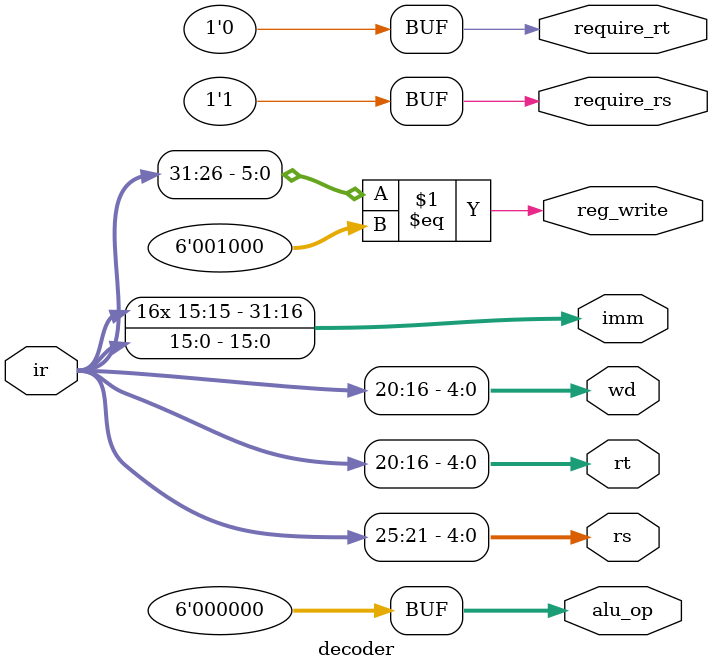
<source format=v>
`timescale 1ns / 1ps

module decoder (
	input  wire [31:0] ir,
	output wire [4:0] rs,
	output wire require_rs,
	output wire [4:0] rt,
	output wire require_rt,
	output wire [4:0] wd,
	output wire reg_write,
	output wire [31:0] imm,
	output wire [5:0] alu_op
);
	assign rs = ir[25:21];
	assign rt = ir[20:16];
	assign wd = ir[20:16];
	assign imm = {{16 {ir[15]}}, ir[15:0]};
	
	assign require_rs = 1'b1;  // You need to alter this in the future.
	assign require_rt = 1'b0;  // You need to alter this in the future.
	
	assign reg_write = (ir[31:26] == 6'b001000); // You need to alter this in the future.
	
	assign alu_op = 6'b000000;    // This means Add in this demo, you can alter its meaning

endmodule

</source>
